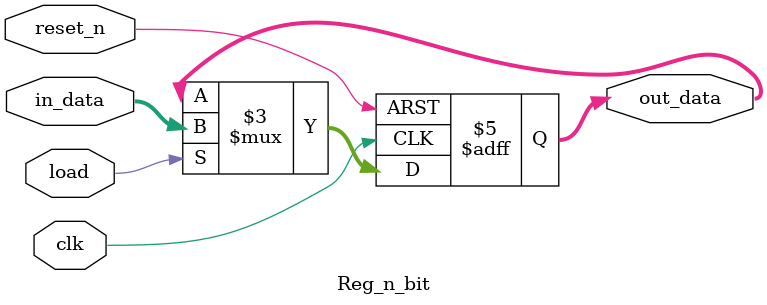
<source format=v>
`timescale 1ns / 1ps

module Reg_n_bit #(parameter N=16) (
    input              clk,
    input              reset_n,
    input              load,
    input      [N-1:0] in_data,
    output reg [N-1:0] out_data
);

    always @(posedge clk, negedge reset_n) begin
        if (reset_n==0) out_data <= 0;
        else if (load) begin
            out_data <= in_data;
        end
    end

endmodule
</source>
